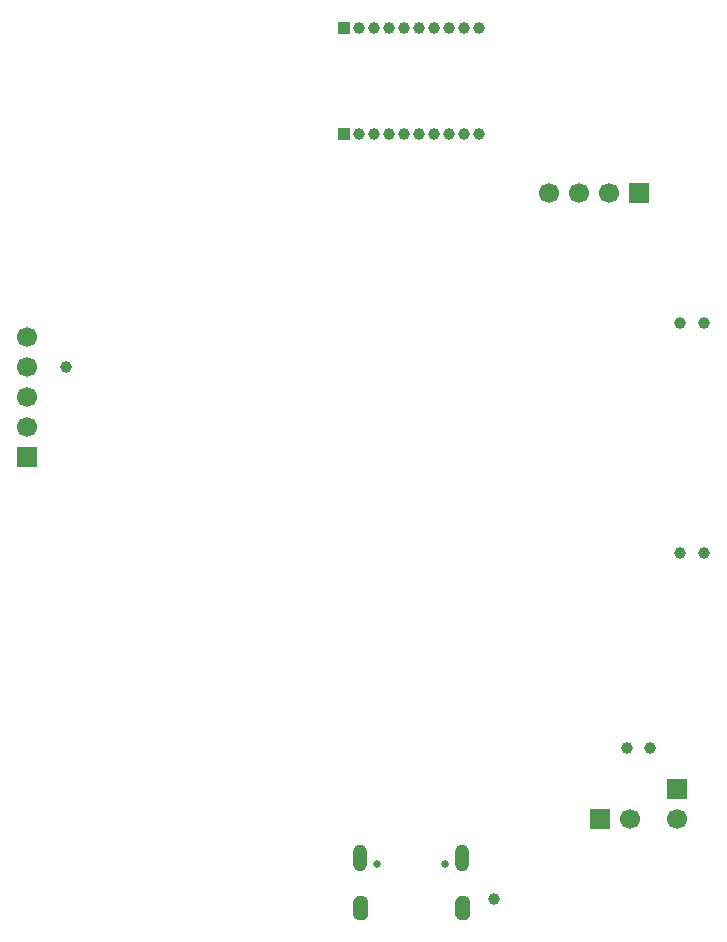
<source format=gbr>
%TF.GenerationSoftware,KiCad,Pcbnew,9.0.4*%
%TF.CreationDate,2025-09-22T08:36:52+02:00*%
%TF.ProjectId,SparrowCompass,53706172-726f-4774-936f-6d706173732e,rev?*%
%TF.SameCoordinates,Original*%
%TF.FileFunction,Soldermask,Bot*%
%TF.FilePolarity,Negative*%
%FSLAX46Y46*%
G04 Gerber Fmt 4.6, Leading zero omitted, Abs format (unit mm)*
G04 Created by KiCad (PCBNEW 9.0.4) date 2025-09-22 08:36:52*
%MOMM*%
%LPD*%
G01*
G04 APERTURE LIST*
%ADD10C,0.010000*%
%ADD11R,1.700000X1.700000*%
%ADD12C,1.700000*%
%ADD13R,1.000000X1.000000*%
%ADD14C,1.000000*%
%ADD15C,0.650000*%
%ADD16O,1.204000X2.304000*%
G04 APERTURE END LIST*
D10*
%TO.C,J3*%
X145711000Y-132501000D02*
X145743000Y-132503000D01*
X145774000Y-132507000D01*
X145805000Y-132513000D01*
X145835000Y-132520000D01*
X145865000Y-132529000D01*
X145895000Y-132540000D01*
X145924000Y-132552000D01*
X145952000Y-132565000D01*
X145980000Y-132580000D01*
X146007000Y-132597000D01*
X146033000Y-132615000D01*
X146058000Y-132634000D01*
X146081000Y-132654000D01*
X146104000Y-132676000D01*
X146126000Y-132699000D01*
X146146000Y-132722000D01*
X146165000Y-132747000D01*
X146183000Y-132773000D01*
X146200000Y-132800000D01*
X146215000Y-132828000D01*
X146228000Y-132856000D01*
X146240000Y-132885000D01*
X146251000Y-132915000D01*
X146260000Y-132945000D01*
X146267000Y-132975000D01*
X146273000Y-133006000D01*
X146277000Y-133037000D01*
X146279000Y-133069000D01*
X146280000Y-133100000D01*
X146280000Y-133500000D01*
X146280000Y-133900000D01*
X146279000Y-133931000D01*
X146277000Y-133963000D01*
X146273000Y-133994000D01*
X146267000Y-134025000D01*
X146260000Y-134055000D01*
X146251000Y-134085000D01*
X146240000Y-134115000D01*
X146228000Y-134144000D01*
X146215000Y-134172000D01*
X146200000Y-134200000D01*
X146183000Y-134227000D01*
X146165000Y-134253000D01*
X146146000Y-134278000D01*
X146126000Y-134301000D01*
X146104000Y-134324000D01*
X146081000Y-134346000D01*
X146058000Y-134366000D01*
X146033000Y-134385000D01*
X146007000Y-134403000D01*
X145980000Y-134420000D01*
X145952000Y-134435000D01*
X145924000Y-134448000D01*
X145895000Y-134460000D01*
X145865000Y-134471000D01*
X145835000Y-134480000D01*
X145805000Y-134487000D01*
X145774000Y-134493000D01*
X145743000Y-134497000D01*
X145711000Y-134499000D01*
X145680000Y-134500000D01*
X145649000Y-134499000D01*
X145617000Y-134497000D01*
X145586000Y-134493000D01*
X145555000Y-134487000D01*
X145525000Y-134480000D01*
X145495000Y-134471000D01*
X145465000Y-134460000D01*
X145436000Y-134448000D01*
X145408000Y-134435000D01*
X145380000Y-134420000D01*
X145353000Y-134403000D01*
X145327000Y-134385000D01*
X145302000Y-134366000D01*
X145279000Y-134346000D01*
X145256000Y-134324000D01*
X145234000Y-134301000D01*
X145214000Y-134278000D01*
X145195000Y-134253000D01*
X145177000Y-134227000D01*
X145160000Y-134200000D01*
X145145000Y-134172000D01*
X145132000Y-134144000D01*
X145120000Y-134115000D01*
X145109000Y-134085000D01*
X145100000Y-134055000D01*
X145093000Y-134025000D01*
X145087000Y-133994000D01*
X145083000Y-133963000D01*
X145081000Y-133931000D01*
X145080000Y-133900000D01*
X145080000Y-133500000D01*
X145080000Y-133100000D01*
X145081000Y-133069000D01*
X145083000Y-133037000D01*
X145087000Y-133006000D01*
X145093000Y-132975000D01*
X145100000Y-132945000D01*
X145109000Y-132915000D01*
X145120000Y-132885000D01*
X145132000Y-132856000D01*
X145145000Y-132828000D01*
X145160000Y-132800000D01*
X145177000Y-132773000D01*
X145195000Y-132747000D01*
X145214000Y-132722000D01*
X145234000Y-132699000D01*
X145256000Y-132676000D01*
X145279000Y-132654000D01*
X145302000Y-132634000D01*
X145327000Y-132615000D01*
X145353000Y-132597000D01*
X145380000Y-132580000D01*
X145408000Y-132565000D01*
X145436000Y-132552000D01*
X145465000Y-132540000D01*
X145495000Y-132529000D01*
X145525000Y-132520000D01*
X145555000Y-132513000D01*
X145586000Y-132507000D01*
X145617000Y-132503000D01*
X145649000Y-132501000D01*
X145680000Y-132500000D01*
X145711000Y-132501000D01*
G36*
X145711000Y-132501000D02*
G01*
X145743000Y-132503000D01*
X145774000Y-132507000D01*
X145805000Y-132513000D01*
X145835000Y-132520000D01*
X145865000Y-132529000D01*
X145895000Y-132540000D01*
X145924000Y-132552000D01*
X145952000Y-132565000D01*
X145980000Y-132580000D01*
X146007000Y-132597000D01*
X146033000Y-132615000D01*
X146058000Y-132634000D01*
X146081000Y-132654000D01*
X146104000Y-132676000D01*
X146126000Y-132699000D01*
X146146000Y-132722000D01*
X146165000Y-132747000D01*
X146183000Y-132773000D01*
X146200000Y-132800000D01*
X146215000Y-132828000D01*
X146228000Y-132856000D01*
X146240000Y-132885000D01*
X146251000Y-132915000D01*
X146260000Y-132945000D01*
X146267000Y-132975000D01*
X146273000Y-133006000D01*
X146277000Y-133037000D01*
X146279000Y-133069000D01*
X146280000Y-133100000D01*
X146280000Y-133500000D01*
X146280000Y-133900000D01*
X146279000Y-133931000D01*
X146277000Y-133963000D01*
X146273000Y-133994000D01*
X146267000Y-134025000D01*
X146260000Y-134055000D01*
X146251000Y-134085000D01*
X146240000Y-134115000D01*
X146228000Y-134144000D01*
X146215000Y-134172000D01*
X146200000Y-134200000D01*
X146183000Y-134227000D01*
X146165000Y-134253000D01*
X146146000Y-134278000D01*
X146126000Y-134301000D01*
X146104000Y-134324000D01*
X146081000Y-134346000D01*
X146058000Y-134366000D01*
X146033000Y-134385000D01*
X146007000Y-134403000D01*
X145980000Y-134420000D01*
X145952000Y-134435000D01*
X145924000Y-134448000D01*
X145895000Y-134460000D01*
X145865000Y-134471000D01*
X145835000Y-134480000D01*
X145805000Y-134487000D01*
X145774000Y-134493000D01*
X145743000Y-134497000D01*
X145711000Y-134499000D01*
X145680000Y-134500000D01*
X145649000Y-134499000D01*
X145617000Y-134497000D01*
X145586000Y-134493000D01*
X145555000Y-134487000D01*
X145525000Y-134480000D01*
X145495000Y-134471000D01*
X145465000Y-134460000D01*
X145436000Y-134448000D01*
X145408000Y-134435000D01*
X145380000Y-134420000D01*
X145353000Y-134403000D01*
X145327000Y-134385000D01*
X145302000Y-134366000D01*
X145279000Y-134346000D01*
X145256000Y-134324000D01*
X145234000Y-134301000D01*
X145214000Y-134278000D01*
X145195000Y-134253000D01*
X145177000Y-134227000D01*
X145160000Y-134200000D01*
X145145000Y-134172000D01*
X145132000Y-134144000D01*
X145120000Y-134115000D01*
X145109000Y-134085000D01*
X145100000Y-134055000D01*
X145093000Y-134025000D01*
X145087000Y-133994000D01*
X145083000Y-133963000D01*
X145081000Y-133931000D01*
X145080000Y-133900000D01*
X145080000Y-133500000D01*
X145080000Y-133100000D01*
X145081000Y-133069000D01*
X145083000Y-133037000D01*
X145087000Y-133006000D01*
X145093000Y-132975000D01*
X145100000Y-132945000D01*
X145109000Y-132915000D01*
X145120000Y-132885000D01*
X145132000Y-132856000D01*
X145145000Y-132828000D01*
X145160000Y-132800000D01*
X145177000Y-132773000D01*
X145195000Y-132747000D01*
X145214000Y-132722000D01*
X145234000Y-132699000D01*
X145256000Y-132676000D01*
X145279000Y-132654000D01*
X145302000Y-132634000D01*
X145327000Y-132615000D01*
X145353000Y-132597000D01*
X145380000Y-132580000D01*
X145408000Y-132565000D01*
X145436000Y-132552000D01*
X145465000Y-132540000D01*
X145495000Y-132529000D01*
X145525000Y-132520000D01*
X145555000Y-132513000D01*
X145586000Y-132507000D01*
X145617000Y-132503000D01*
X145649000Y-132501000D01*
X145680000Y-132500000D01*
X145711000Y-132501000D01*
G37*
X154351000Y-132501000D02*
X154383000Y-132503000D01*
X154414000Y-132507000D01*
X154445000Y-132513000D01*
X154475000Y-132520000D01*
X154505000Y-132529000D01*
X154535000Y-132540000D01*
X154564000Y-132552000D01*
X154592000Y-132565000D01*
X154620000Y-132580000D01*
X154647000Y-132597000D01*
X154673000Y-132615000D01*
X154698000Y-132634000D01*
X154721000Y-132654000D01*
X154744000Y-132676000D01*
X154766000Y-132699000D01*
X154786000Y-132722000D01*
X154805000Y-132747000D01*
X154823000Y-132773000D01*
X154840000Y-132800000D01*
X154855000Y-132828000D01*
X154868000Y-132856000D01*
X154880000Y-132885000D01*
X154891000Y-132915000D01*
X154900000Y-132945000D01*
X154907000Y-132975000D01*
X154913000Y-133006000D01*
X154917000Y-133037000D01*
X154919000Y-133069000D01*
X154920000Y-133100000D01*
X154920000Y-133500000D01*
X154920000Y-133900000D01*
X154919000Y-133931000D01*
X154917000Y-133963000D01*
X154913000Y-133994000D01*
X154907000Y-134025000D01*
X154900000Y-134055000D01*
X154891000Y-134085000D01*
X154880000Y-134115000D01*
X154868000Y-134144000D01*
X154855000Y-134172000D01*
X154840000Y-134200000D01*
X154823000Y-134227000D01*
X154805000Y-134253000D01*
X154786000Y-134278000D01*
X154766000Y-134301000D01*
X154744000Y-134324000D01*
X154721000Y-134346000D01*
X154698000Y-134366000D01*
X154673000Y-134385000D01*
X154647000Y-134403000D01*
X154620000Y-134420000D01*
X154592000Y-134435000D01*
X154564000Y-134448000D01*
X154535000Y-134460000D01*
X154505000Y-134471000D01*
X154475000Y-134480000D01*
X154445000Y-134487000D01*
X154414000Y-134493000D01*
X154383000Y-134497000D01*
X154351000Y-134499000D01*
X154320000Y-134500000D01*
X154289000Y-134499000D01*
X154257000Y-134497000D01*
X154226000Y-134493000D01*
X154195000Y-134487000D01*
X154165000Y-134480000D01*
X154135000Y-134471000D01*
X154105000Y-134460000D01*
X154076000Y-134448000D01*
X154048000Y-134435000D01*
X154020000Y-134420000D01*
X153993000Y-134403000D01*
X153967000Y-134385000D01*
X153942000Y-134366000D01*
X153919000Y-134346000D01*
X153896000Y-134324000D01*
X153874000Y-134301000D01*
X153854000Y-134278000D01*
X153835000Y-134253000D01*
X153817000Y-134227000D01*
X153800000Y-134200000D01*
X153785000Y-134172000D01*
X153772000Y-134144000D01*
X153760000Y-134115000D01*
X153749000Y-134085000D01*
X153740000Y-134055000D01*
X153733000Y-134025000D01*
X153727000Y-133994000D01*
X153723000Y-133963000D01*
X153721000Y-133931000D01*
X153720000Y-133900000D01*
X153720000Y-133500000D01*
X153720000Y-133100000D01*
X153721000Y-133069000D01*
X153723000Y-133037000D01*
X153727000Y-133006000D01*
X153733000Y-132975000D01*
X153740000Y-132945000D01*
X153749000Y-132915000D01*
X153760000Y-132885000D01*
X153772000Y-132856000D01*
X153785000Y-132828000D01*
X153800000Y-132800000D01*
X153817000Y-132773000D01*
X153835000Y-132747000D01*
X153854000Y-132722000D01*
X153874000Y-132699000D01*
X153896000Y-132676000D01*
X153919000Y-132654000D01*
X153942000Y-132634000D01*
X153967000Y-132615000D01*
X153993000Y-132597000D01*
X154020000Y-132580000D01*
X154048000Y-132565000D01*
X154076000Y-132552000D01*
X154105000Y-132540000D01*
X154135000Y-132529000D01*
X154165000Y-132520000D01*
X154195000Y-132513000D01*
X154226000Y-132507000D01*
X154257000Y-132503000D01*
X154289000Y-132501000D01*
X154320000Y-132500000D01*
X154351000Y-132501000D01*
G36*
X154351000Y-132501000D02*
G01*
X154383000Y-132503000D01*
X154414000Y-132507000D01*
X154445000Y-132513000D01*
X154475000Y-132520000D01*
X154505000Y-132529000D01*
X154535000Y-132540000D01*
X154564000Y-132552000D01*
X154592000Y-132565000D01*
X154620000Y-132580000D01*
X154647000Y-132597000D01*
X154673000Y-132615000D01*
X154698000Y-132634000D01*
X154721000Y-132654000D01*
X154744000Y-132676000D01*
X154766000Y-132699000D01*
X154786000Y-132722000D01*
X154805000Y-132747000D01*
X154823000Y-132773000D01*
X154840000Y-132800000D01*
X154855000Y-132828000D01*
X154868000Y-132856000D01*
X154880000Y-132885000D01*
X154891000Y-132915000D01*
X154900000Y-132945000D01*
X154907000Y-132975000D01*
X154913000Y-133006000D01*
X154917000Y-133037000D01*
X154919000Y-133069000D01*
X154920000Y-133100000D01*
X154920000Y-133500000D01*
X154920000Y-133900000D01*
X154919000Y-133931000D01*
X154917000Y-133963000D01*
X154913000Y-133994000D01*
X154907000Y-134025000D01*
X154900000Y-134055000D01*
X154891000Y-134085000D01*
X154880000Y-134115000D01*
X154868000Y-134144000D01*
X154855000Y-134172000D01*
X154840000Y-134200000D01*
X154823000Y-134227000D01*
X154805000Y-134253000D01*
X154786000Y-134278000D01*
X154766000Y-134301000D01*
X154744000Y-134324000D01*
X154721000Y-134346000D01*
X154698000Y-134366000D01*
X154673000Y-134385000D01*
X154647000Y-134403000D01*
X154620000Y-134420000D01*
X154592000Y-134435000D01*
X154564000Y-134448000D01*
X154535000Y-134460000D01*
X154505000Y-134471000D01*
X154475000Y-134480000D01*
X154445000Y-134487000D01*
X154414000Y-134493000D01*
X154383000Y-134497000D01*
X154351000Y-134499000D01*
X154320000Y-134500000D01*
X154289000Y-134499000D01*
X154257000Y-134497000D01*
X154226000Y-134493000D01*
X154195000Y-134487000D01*
X154165000Y-134480000D01*
X154135000Y-134471000D01*
X154105000Y-134460000D01*
X154076000Y-134448000D01*
X154048000Y-134435000D01*
X154020000Y-134420000D01*
X153993000Y-134403000D01*
X153967000Y-134385000D01*
X153942000Y-134366000D01*
X153919000Y-134346000D01*
X153896000Y-134324000D01*
X153874000Y-134301000D01*
X153854000Y-134278000D01*
X153835000Y-134253000D01*
X153817000Y-134227000D01*
X153800000Y-134200000D01*
X153785000Y-134172000D01*
X153772000Y-134144000D01*
X153760000Y-134115000D01*
X153749000Y-134085000D01*
X153740000Y-134055000D01*
X153733000Y-134025000D01*
X153727000Y-133994000D01*
X153723000Y-133963000D01*
X153721000Y-133931000D01*
X153720000Y-133900000D01*
X153720000Y-133500000D01*
X153720000Y-133100000D01*
X153721000Y-133069000D01*
X153723000Y-133037000D01*
X153727000Y-133006000D01*
X153733000Y-132975000D01*
X153740000Y-132945000D01*
X153749000Y-132915000D01*
X153760000Y-132885000D01*
X153772000Y-132856000D01*
X153785000Y-132828000D01*
X153800000Y-132800000D01*
X153817000Y-132773000D01*
X153835000Y-132747000D01*
X153854000Y-132722000D01*
X153874000Y-132699000D01*
X153896000Y-132676000D01*
X153919000Y-132654000D01*
X153942000Y-132634000D01*
X153967000Y-132615000D01*
X153993000Y-132597000D01*
X154020000Y-132580000D01*
X154048000Y-132565000D01*
X154076000Y-132552000D01*
X154105000Y-132540000D01*
X154135000Y-132529000D01*
X154165000Y-132520000D01*
X154195000Y-132513000D01*
X154226000Y-132507000D01*
X154257000Y-132503000D01*
X154289000Y-132501000D01*
X154320000Y-132500000D01*
X154351000Y-132501000D01*
G37*
%TD*%
D11*
%TO.C,J1*%
X169260000Y-73000000D03*
D12*
X166720000Y-73000000D03*
X164180000Y-73000000D03*
X161640000Y-73000000D03*
%TD*%
D13*
%TO.C,J7*%
X144285000Y-68000000D03*
D14*
X145555000Y-68000000D03*
X146825000Y-68000000D03*
X148095000Y-68000000D03*
X149365000Y-68000000D03*
X150635000Y-68000000D03*
X151905000Y-68000000D03*
X153175000Y-68000000D03*
X154445000Y-68000000D03*
X155715000Y-68000000D03*
%TD*%
%TO.C,TP2*%
X168250000Y-120000000D03*
%TD*%
%TO.C,TP6*%
X174750000Y-103500000D03*
%TD*%
D11*
%TO.C,J6*%
X117500000Y-95330000D03*
D12*
X117500000Y-92790000D03*
X117500000Y-90250000D03*
X117500000Y-87710000D03*
X117500000Y-85170000D03*
%TD*%
D11*
%TO.C,J4*%
X172500000Y-123475000D03*
D12*
X172500000Y-126015000D03*
%TD*%
D14*
%TO.C,TP3*%
X172750000Y-103500000D03*
%TD*%
%TO.C,TP1*%
X157000000Y-132750000D03*
%TD*%
%TO.C,TP8*%
X170250000Y-120000000D03*
%TD*%
D15*
%TO.C,J3*%
X147110000Y-129820000D03*
X152890000Y-129820000D03*
D16*
X145680000Y-129320000D03*
X154320000Y-129320000D03*
%TD*%
D14*
%TO.C,TP4*%
X172750000Y-84000000D03*
%TD*%
D13*
%TO.C,J8*%
X144285000Y-59000000D03*
D14*
X145555000Y-59000000D03*
X146825000Y-59000000D03*
X148095000Y-59000000D03*
X149365000Y-59000000D03*
X150635000Y-59000000D03*
X151905000Y-59000000D03*
X153175000Y-59000000D03*
X154445000Y-59000000D03*
X155715000Y-59000000D03*
%TD*%
%TO.C,TP7*%
X174750000Y-84000000D03*
%TD*%
D11*
%TO.C,J5*%
X165975000Y-126000000D03*
D12*
X168515000Y-126000000D03*
%TD*%
D14*
%TO.C,TP5*%
X120750000Y-87750000D03*
%TD*%
M02*

</source>
